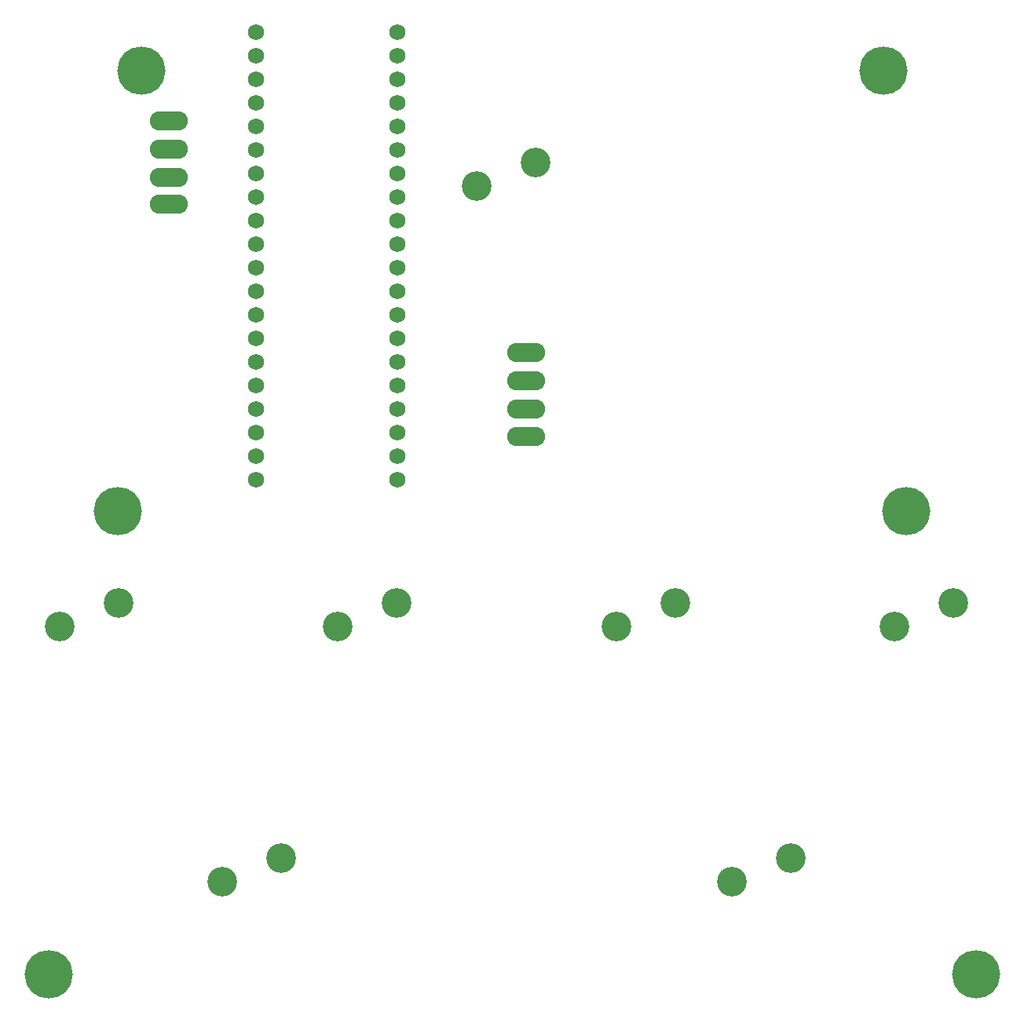
<source format=gbs>
G04 Layer: BottomSolderMaskLayer*
G04 EasyEDA v6.5.48, 2025-04-04 07:46:01*
G04 4687ed6ded954ee48c47ff8f5e5d54f1,b35f8af89abf434ebf5b09c67136b050,10*
G04 Gerber Generator version 0.2*
G04 Scale: 100 percent, Rotated: No, Reflected: No *
G04 Dimensions in millimeters *
G04 leading zeros omitted , absolute positions ,4 integer and 5 decimal *
%FSLAX45Y45*%
%MOMM*%

%ADD10C,1.7272*%
%ADD11O,4.101592X2.101596*%
%ADD12C,3.2032*%
%ADD13C,5.2032*%

%LPD*%
D10*
G01*
X4512005Y10912957D03*
G01*
X4512005Y10658957D03*
G01*
X4512005Y10404957D03*
G01*
X4512005Y10150957D03*
G01*
X4512005Y9896957D03*
G01*
X4512005Y9642957D03*
G01*
X4512005Y9388957D03*
G01*
X4512005Y9134957D03*
G01*
X4512005Y8880957D03*
G01*
X4512005Y8626957D03*
G01*
X4512005Y8372957D03*
G01*
X4512005Y8118957D03*
G01*
X4512005Y7864957D03*
G01*
X4512005Y7610957D03*
G01*
X4512005Y7356957D03*
G01*
X4512005Y7102957D03*
G01*
X4512005Y6848957D03*
G01*
X4512005Y6594957D03*
G01*
X4512005Y6340957D03*
G01*
X4512005Y6086957D03*
G01*
X2988005Y6086957D03*
G01*
X2988005Y6340957D03*
G01*
X2988005Y6594957D03*
G01*
X2988005Y6848957D03*
G01*
X2988005Y7102957D03*
G01*
X2988005Y7356957D03*
G01*
X2988005Y7610957D03*
G01*
X2988005Y7864957D03*
G01*
X2988005Y8118957D03*
G01*
X2988005Y8372957D03*
G01*
X2988005Y8626957D03*
G01*
X2988005Y8880957D03*
G01*
X2988005Y9134957D03*
G01*
X2988005Y9388957D03*
G01*
X2988005Y9642957D03*
G01*
X2988005Y9896957D03*
G01*
X2988005Y10150957D03*
G01*
X2988005Y10404957D03*
G01*
X2988005Y10658957D03*
G01*
X2988005Y10912957D03*
D11*
G01*
X2049983Y9055480D03*
G01*
X2049983Y9347580D03*
G01*
X2049983Y9652380D03*
G01*
X2049983Y9957180D03*
G01*
X5899988Y6555486D03*
G01*
X5899988Y6847586D03*
G01*
X5899988Y7152386D03*
G01*
X5899988Y7457186D03*
D12*
G01*
X3253993Y2007996D03*
G01*
X2618993Y1753996D03*
G01*
X8753983Y2007996D03*
G01*
X8118983Y1753996D03*
G01*
X1503934Y4757928D03*
G01*
X868934Y4503928D03*
G01*
X4503927Y4757928D03*
G01*
X3868927Y4503928D03*
G01*
X7503922Y4757928D03*
G01*
X6868922Y4503928D03*
G01*
X10503915Y4757928D03*
G01*
X9868915Y4503928D03*
G01*
X6004001Y9507956D03*
G01*
X5369001Y9253956D03*
D13*
G01*
X9999979Y5749975D03*
G01*
X1499996Y5749975D03*
G01*
X9749993Y10499979D03*
G01*
X1750009Y10499979D03*
G01*
X750011Y749985D03*
G01*
X10749991Y749985D03*
M02*

</source>
